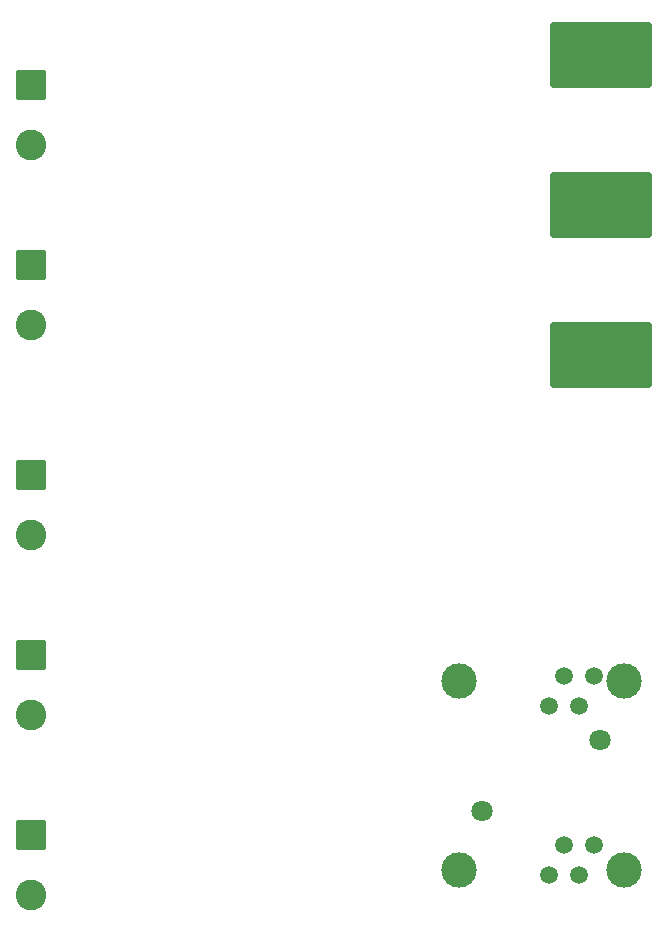
<source format=gbr>
G04 #@! TF.GenerationSoftware,KiCad,Pcbnew,9.0.3*
G04 #@! TF.CreationDate,2025-08-10T21:25:08+02:00*
G04 #@! TF.ProjectId,NJFET_MATCHING,4e4a4645-545f-44d4-9154-4348494e472e,rev?*
G04 #@! TF.SameCoordinates,Original*
G04 #@! TF.FileFunction,Soldermask,Bot*
G04 #@! TF.FilePolarity,Negative*
%FSLAX46Y46*%
G04 Gerber Fmt 4.6, Leading zero omitted, Abs format (unit mm)*
G04 Created by KiCad (PCBNEW 9.0.3) date 2025-08-10 21:25:08*
%MOMM*%
%LPD*%
G01*
G04 APERTURE LIST*
G04 Aperture macros list*
%AMRoundRect*
0 Rectangle with rounded corners*
0 $1 Rounding radius*
0 $2 $3 $4 $5 $6 $7 $8 $9 X,Y pos of 4 corners*
0 Add a 4 corners polygon primitive as box body*
4,1,4,$2,$3,$4,$5,$6,$7,$8,$9,$2,$3,0*
0 Add four circle primitives for the rounded corners*
1,1,$1+$1,$2,$3*
1,1,$1+$1,$4,$5*
1,1,$1+$1,$6,$7*
1,1,$1+$1,$8,$9*
0 Add four rect primitives between the rounded corners*
20,1,$1+$1,$2,$3,$4,$5,0*
20,1,$1+$1,$4,$5,$6,$7,0*
20,1,$1+$1,$6,$7,$8,$9,0*
20,1,$1+$1,$8,$9,$2,$3,0*%
G04 Aperture macros list end*
%ADD10C,3.000000*%
%ADD11C,1.800000*%
%ADD12C,1.500000*%
%ADD13RoundRect,0.250000X-1.050000X1.050000X-1.050000X-1.050000X1.050000X-1.050000X1.050000X1.050000X0*%
%ADD14C,2.600000*%
%ADD15RoundRect,0.250000X-4.050000X-2.550000X4.050000X-2.550000X4.050000X2.550000X-4.050000X2.550000X0*%
G04 APERTURE END LIST*
D10*
G04 #@! TO.C,U4*
X175910000Y-117222000D03*
X161910000Y-117222000D03*
D11*
X173910000Y-122222000D03*
X163910000Y-128222000D03*
D10*
X175910000Y-133222000D03*
X161910000Y-133222000D03*
D12*
X173355000Y-116772000D03*
X172085000Y-119312000D03*
X170815000Y-116772000D03*
X169545000Y-119312000D03*
X169545000Y-133672000D03*
X170815000Y-131132000D03*
X172085000Y-133672000D03*
X173355000Y-131132000D03*
G04 #@! TD*
D13*
G04 #@! TO.C,J5*
X125730000Y-130302000D03*
D14*
X125730000Y-135382000D03*
G04 #@! TD*
D13*
G04 #@! TO.C,J2*
X125730000Y-99822000D03*
D14*
X125730000Y-104902000D03*
G04 #@! TD*
D15*
G04 #@! TO.C,Q1*
X173990000Y-64262000D03*
X173990000Y-76962000D03*
X173990000Y-89662000D03*
G04 #@! TD*
D13*
G04 #@! TO.C,J4*
X125730000Y-115062000D03*
D14*
X125730000Y-120142000D03*
G04 #@! TD*
D13*
G04 #@! TO.C,J1*
X125730000Y-66802000D03*
D14*
X125730000Y-71882000D03*
G04 #@! TD*
D13*
G04 #@! TO.C,J3*
X125730000Y-82042000D03*
D14*
X125730000Y-87122000D03*
G04 #@! TD*
M02*

</source>
